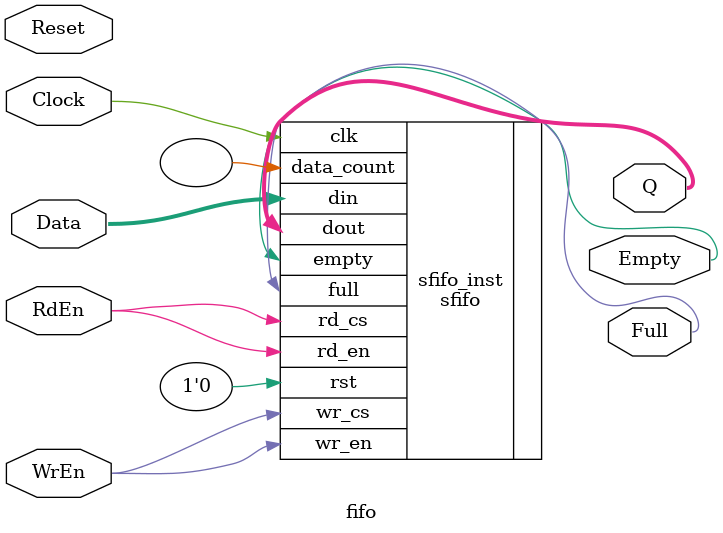
<source format=v>
`default_nettype none
module fifo (
	input [17:0] Data,
	input Clock,
	input WrEn,
	input RdEn,
	input Reset,
	output [17:0] Q,
	output Empty,
	output Full
);

sfifo # (
	.DATA_WIDTH(18),
	.ADDR_WIDTH(10)
) sfifo_inst (
	.clk(Clock) , // Clock input
	.rst(1'b0)  , // Active high reset
	.wr_cs(WrEn), // Write chip select
	.rd_cs(RdEn), // Read chipe select
	.din(Data)  , // Data input
	.rd_en(RdEn), // Read enable
	.wr_en(WrEn), // Write Enable
	.dout(Q)    , // Data Output
	.empty(Empty),// FIFO empty
	.full(Full) , // FIFO full
	.data_count() // DATA count
);

endmodule
`default_nettype wire

</source>
